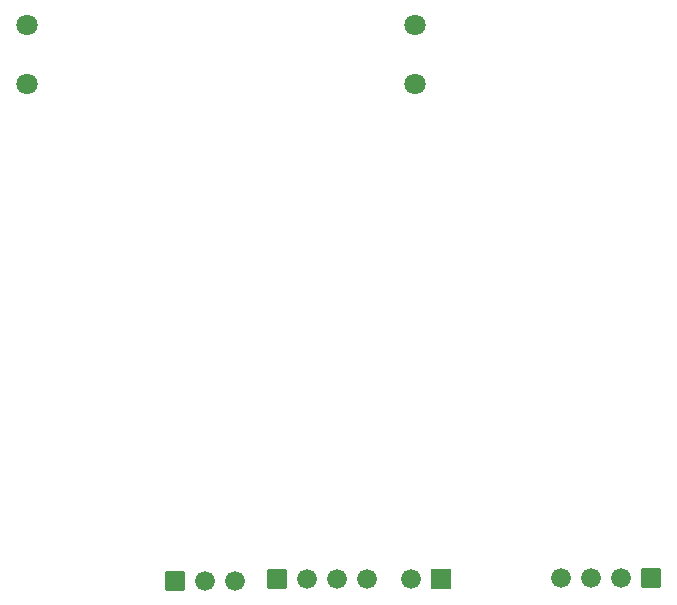
<source format=gbs>
G04 Layer: BottomSolderMaskLayer*
G04 EasyEDA v6.5.21, 2022-10-26 23:24:46*
G04 7043a08dc792485ca80c43a16287fa54,0a3b9bc433cf4336b4e61a92af7c5883,10*
G04 Gerber Generator version 0.2*
G04 Scale: 100 percent, Rotated: No, Reflected: No *
G04 Dimensions in inches *
G04 leading zeros omitted , absolute positions ,3 integer and 6 decimal *
%FSLAX36Y36*%
%MOIN*%

%AMMACRO1*1,1,$1,$2,$3*1,1,$1,$4,$5*1,1,$1,0-$2,0-$3*1,1,$1,0-$4,0-$5*20,1,$1,$2,$3,$4,$5,0*20,1,$1,$4,$5,0-$2,0-$3,0*20,1,$1,0-$2,0-$3,0-$4,0-$5,0*20,1,$1,0-$4,0-$5,$2,$3,0*4,1,4,$2,$3,$4,$5,0-$2,0-$3,0-$4,0-$5,$2,$3,0*%
%ADD10C,0.0709*%
%ADD11MACRO1,0.004X-0.031X0.031X0.031X0.031*%
%ADD12C,0.0660*%
%ADD13MACRO1,0.004X0.031X-0.031X-0.031X-0.031*%
%ADD14R,0.0660X0.0660*%

%LPD*%
D10*
G01*
X-1975000Y613420D03*
G01*
X-1975000Y416570D03*
D11*
G01*
X-2435000Y-1235000D03*
D12*
G01*
X-2335000Y-1235000D03*
G01*
X-2235000Y-1235000D03*
G01*
X-2135000Y-1235000D03*
D13*
G01*
X-1190000Y-1230000D03*
D12*
G01*
X-1290000Y-1230000D03*
G01*
X-1390000Y-1230000D03*
G01*
X-1490000Y-1230000D03*
D14*
G01*
X-1890000Y-1235000D03*
D12*
G01*
X-1990000Y-1235000D03*
D11*
G01*
X-2775000Y-1240000D03*
D12*
G01*
X-2675000Y-1240000D03*
G01*
X-2575000Y-1240000D03*
D10*
G01*
X-3269989Y416570D03*
G01*
X-3269989Y613420D03*
M02*

</source>
